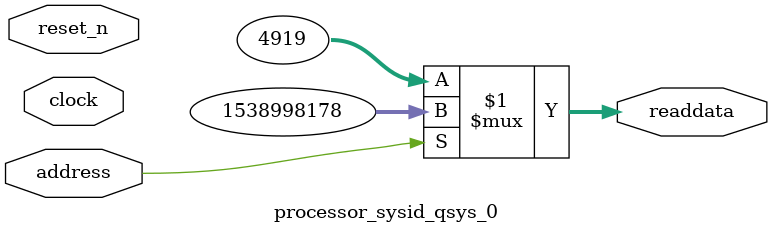
<source format=v>



// synthesis translate_off
`timescale 1ns / 1ps
// synthesis translate_on

// turn off superfluous verilog processor warnings 
// altera message_level Level1 
// altera message_off 10034 10035 10036 10037 10230 10240 10030 

module processor_sysid_qsys_0 (
               // inputs:
                address,
                clock,
                reset_n,

               // outputs:
                readdata
             )
;

  output  [ 31: 0] readdata;
  input            address;
  input            clock;
  input            reset_n;

  wire    [ 31: 0] readdata;
  //control_slave, which is an e_avalon_slave
  assign readdata = address ? 1538998178 : 4919;

endmodule



</source>
